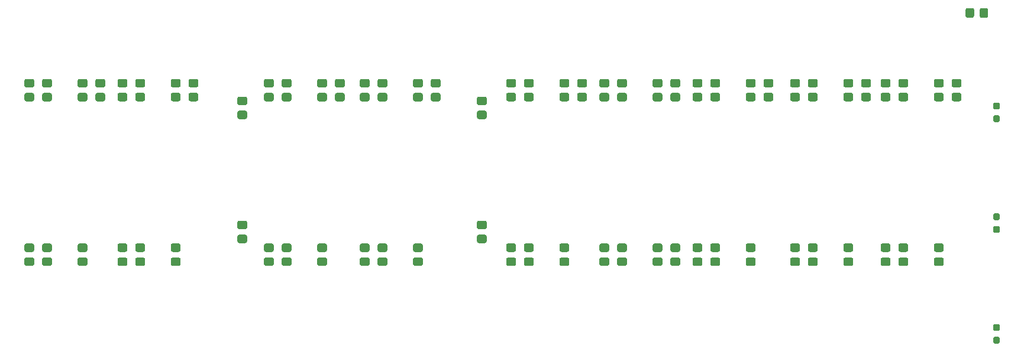
<source format=gbr>
%TF.GenerationSoftware,KiCad,Pcbnew,(5.1.9)-1*%
%TF.CreationDate,2021-02-03T14:21:07-06:00*%
%TF.ProjectId,GPS_Clock_Ver2,4750535f-436c-46f6-936b-5f566572322e,rev?*%
%TF.SameCoordinates,Original*%
%TF.FileFunction,Paste,Top*%
%TF.FilePolarity,Positive*%
%FSLAX46Y46*%
G04 Gerber Fmt 4.6, Leading zero omitted, Abs format (unit mm)*
G04 Created by KiCad (PCBNEW (5.1.9)-1) date 2021-02-03 14:21:07*
%MOMM*%
%LPD*%
G01*
G04 APERTURE LIST*
G04 APERTURE END LIST*
%TO.C,R1*%
G36*
G01*
X120199999Y-64805000D02*
X121100001Y-64805000D01*
G75*
G02*
X121350000Y-65054999I0J-249999D01*
G01*
X121350000Y-65755001D01*
G75*
G02*
X121100001Y-66005000I-249999J0D01*
G01*
X120199999Y-66005000D01*
G75*
G02*
X119950000Y-65755001I0J249999D01*
G01*
X119950000Y-65054999D01*
G75*
G02*
X120199999Y-64805000I249999J0D01*
G01*
G37*
G36*
G01*
X120199999Y-62805000D02*
X121100001Y-62805000D01*
G75*
G02*
X121350000Y-63054999I0J-249999D01*
G01*
X121350000Y-63755001D01*
G75*
G02*
X121100001Y-64005000I-249999J0D01*
G01*
X120199999Y-64005000D01*
G75*
G02*
X119950000Y-63755001I0J249999D01*
G01*
X119950000Y-63054999D01*
G75*
G02*
X120199999Y-62805000I249999J0D01*
G01*
G37*
%TD*%
%TO.C,R2*%
G36*
G01*
X120199999Y-86395000D02*
X121100001Y-86395000D01*
G75*
G02*
X121350000Y-86644999I0J-249999D01*
G01*
X121350000Y-87345001D01*
G75*
G02*
X121100001Y-87595000I-249999J0D01*
G01*
X120199999Y-87595000D01*
G75*
G02*
X119950000Y-87345001I0J249999D01*
G01*
X119950000Y-86644999D01*
G75*
G02*
X120199999Y-86395000I249999J0D01*
G01*
G37*
G36*
G01*
X120199999Y-88395000D02*
X121100001Y-88395000D01*
G75*
G02*
X121350000Y-88644999I0J-249999D01*
G01*
X121350000Y-89345001D01*
G75*
G02*
X121100001Y-89595000I-249999J0D01*
G01*
X120199999Y-89595000D01*
G75*
G02*
X119950000Y-89345001I0J249999D01*
G01*
X119950000Y-88644999D01*
G75*
G02*
X120199999Y-88395000I249999J0D01*
G01*
G37*
%TD*%
%TO.C,R3*%
G36*
G01*
X122739999Y-62805000D02*
X123640001Y-62805000D01*
G75*
G02*
X123890000Y-63054999I0J-249999D01*
G01*
X123890000Y-63755001D01*
G75*
G02*
X123640001Y-64005000I-249999J0D01*
G01*
X122739999Y-64005000D01*
G75*
G02*
X122490000Y-63755001I0J249999D01*
G01*
X122490000Y-63054999D01*
G75*
G02*
X122739999Y-62805000I249999J0D01*
G01*
G37*
G36*
G01*
X122739999Y-64805000D02*
X123640001Y-64805000D01*
G75*
G02*
X123890000Y-65054999I0J-249999D01*
G01*
X123890000Y-65755001D01*
G75*
G02*
X123640001Y-66005000I-249999J0D01*
G01*
X122739999Y-66005000D01*
G75*
G02*
X122490000Y-65755001I0J249999D01*
G01*
X122490000Y-65054999D01*
G75*
G02*
X122739999Y-64805000I249999J0D01*
G01*
G37*
%TD*%
%TO.C,R4*%
G36*
G01*
X122739999Y-88395000D02*
X123640001Y-88395000D01*
G75*
G02*
X123890000Y-88644999I0J-249999D01*
G01*
X123890000Y-89345001D01*
G75*
G02*
X123640001Y-89595000I-249999J0D01*
G01*
X122739999Y-89595000D01*
G75*
G02*
X122490000Y-89345001I0J249999D01*
G01*
X122490000Y-88644999D01*
G75*
G02*
X122739999Y-88395000I249999J0D01*
G01*
G37*
G36*
G01*
X122739999Y-86395000D02*
X123640001Y-86395000D01*
G75*
G02*
X123890000Y-86644999I0J-249999D01*
G01*
X123890000Y-87345001D01*
G75*
G02*
X123640001Y-87595000I-249999J0D01*
G01*
X122739999Y-87595000D01*
G75*
G02*
X122490000Y-87345001I0J249999D01*
G01*
X122490000Y-86644999D01*
G75*
G02*
X122739999Y-86395000I249999J0D01*
G01*
G37*
%TD*%
%TO.C,R5*%
G36*
G01*
X127819999Y-64805000D02*
X128720001Y-64805000D01*
G75*
G02*
X128970000Y-65054999I0J-249999D01*
G01*
X128970000Y-65755001D01*
G75*
G02*
X128720001Y-66005000I-249999J0D01*
G01*
X127819999Y-66005000D01*
G75*
G02*
X127570000Y-65755001I0J249999D01*
G01*
X127570000Y-65054999D01*
G75*
G02*
X127819999Y-64805000I249999J0D01*
G01*
G37*
G36*
G01*
X127819999Y-62805000D02*
X128720001Y-62805000D01*
G75*
G02*
X128970000Y-63054999I0J-249999D01*
G01*
X128970000Y-63755001D01*
G75*
G02*
X128720001Y-64005000I-249999J0D01*
G01*
X127819999Y-64005000D01*
G75*
G02*
X127570000Y-63755001I0J249999D01*
G01*
X127570000Y-63054999D01*
G75*
G02*
X127819999Y-62805000I249999J0D01*
G01*
G37*
%TD*%
%TO.C,R6*%
G36*
G01*
X127819999Y-86395000D02*
X128720001Y-86395000D01*
G75*
G02*
X128970000Y-86644999I0J-249999D01*
G01*
X128970000Y-87345001D01*
G75*
G02*
X128720001Y-87595000I-249999J0D01*
G01*
X127819999Y-87595000D01*
G75*
G02*
X127570000Y-87345001I0J249999D01*
G01*
X127570000Y-86644999D01*
G75*
G02*
X127819999Y-86395000I249999J0D01*
G01*
G37*
G36*
G01*
X127819999Y-88395000D02*
X128720001Y-88395000D01*
G75*
G02*
X128970000Y-88644999I0J-249999D01*
G01*
X128970000Y-89345001D01*
G75*
G02*
X128720001Y-89595000I-249999J0D01*
G01*
X127819999Y-89595000D01*
G75*
G02*
X127570000Y-89345001I0J249999D01*
G01*
X127570000Y-88644999D01*
G75*
G02*
X127819999Y-88395000I249999J0D01*
G01*
G37*
%TD*%
%TO.C,R7*%
G36*
G01*
X130359999Y-62805000D02*
X131260001Y-62805000D01*
G75*
G02*
X131510000Y-63054999I0J-249999D01*
G01*
X131510000Y-63755001D01*
G75*
G02*
X131260001Y-64005000I-249999J0D01*
G01*
X130359999Y-64005000D01*
G75*
G02*
X130110000Y-63755001I0J249999D01*
G01*
X130110000Y-63054999D01*
G75*
G02*
X130359999Y-62805000I249999J0D01*
G01*
G37*
G36*
G01*
X130359999Y-64805000D02*
X131260001Y-64805000D01*
G75*
G02*
X131510000Y-65054999I0J-249999D01*
G01*
X131510000Y-65755001D01*
G75*
G02*
X131260001Y-66005000I-249999J0D01*
G01*
X130359999Y-66005000D01*
G75*
G02*
X130110000Y-65755001I0J249999D01*
G01*
X130110000Y-65054999D01*
G75*
G02*
X130359999Y-64805000I249999J0D01*
G01*
G37*
%TD*%
%TO.C,R8*%
G36*
G01*
X133534999Y-64805000D02*
X134435001Y-64805000D01*
G75*
G02*
X134685000Y-65054999I0J-249999D01*
G01*
X134685000Y-65755001D01*
G75*
G02*
X134435001Y-66005000I-249999J0D01*
G01*
X133534999Y-66005000D01*
G75*
G02*
X133285000Y-65755001I0J249999D01*
G01*
X133285000Y-65054999D01*
G75*
G02*
X133534999Y-64805000I249999J0D01*
G01*
G37*
G36*
G01*
X133534999Y-62805000D02*
X134435001Y-62805000D01*
G75*
G02*
X134685000Y-63054999I0J-249999D01*
G01*
X134685000Y-63755001D01*
G75*
G02*
X134435001Y-64005000I-249999J0D01*
G01*
X133534999Y-64005000D01*
G75*
G02*
X133285000Y-63755001I0J249999D01*
G01*
X133285000Y-63054999D01*
G75*
G02*
X133534999Y-62805000I249999J0D01*
G01*
G37*
%TD*%
%TO.C,R9*%
G36*
G01*
X133534999Y-88395000D02*
X134435001Y-88395000D01*
G75*
G02*
X134685000Y-88644999I0J-249999D01*
G01*
X134685000Y-89345001D01*
G75*
G02*
X134435001Y-89595000I-249999J0D01*
G01*
X133534999Y-89595000D01*
G75*
G02*
X133285000Y-89345001I0J249999D01*
G01*
X133285000Y-88644999D01*
G75*
G02*
X133534999Y-88395000I249999J0D01*
G01*
G37*
G36*
G01*
X133534999Y-86395000D02*
X134435001Y-86395000D01*
G75*
G02*
X134685000Y-86644999I0J-249999D01*
G01*
X134685000Y-87345001D01*
G75*
G02*
X134435001Y-87595000I-249999J0D01*
G01*
X133534999Y-87595000D01*
G75*
G02*
X133285000Y-87345001I0J249999D01*
G01*
X133285000Y-86644999D01*
G75*
G02*
X133534999Y-86395000I249999J0D01*
G01*
G37*
%TD*%
%TO.C,R10*%
G36*
G01*
X136074999Y-62805000D02*
X136975001Y-62805000D01*
G75*
G02*
X137225000Y-63054999I0J-249999D01*
G01*
X137225000Y-63755001D01*
G75*
G02*
X136975001Y-64005000I-249999J0D01*
G01*
X136074999Y-64005000D01*
G75*
G02*
X135825000Y-63755001I0J249999D01*
G01*
X135825000Y-63054999D01*
G75*
G02*
X136074999Y-62805000I249999J0D01*
G01*
G37*
G36*
G01*
X136074999Y-64805000D02*
X136975001Y-64805000D01*
G75*
G02*
X137225000Y-65054999I0J-249999D01*
G01*
X137225000Y-65755001D01*
G75*
G02*
X136975001Y-66005000I-249999J0D01*
G01*
X136074999Y-66005000D01*
G75*
G02*
X135825000Y-65755001I0J249999D01*
G01*
X135825000Y-65054999D01*
G75*
G02*
X136074999Y-64805000I249999J0D01*
G01*
G37*
%TD*%
%TO.C,R11*%
G36*
G01*
X136074999Y-86395000D02*
X136975001Y-86395000D01*
G75*
G02*
X137225000Y-86644999I0J-249999D01*
G01*
X137225000Y-87345001D01*
G75*
G02*
X136975001Y-87595000I-249999J0D01*
G01*
X136074999Y-87595000D01*
G75*
G02*
X135825000Y-87345001I0J249999D01*
G01*
X135825000Y-86644999D01*
G75*
G02*
X136074999Y-86395000I249999J0D01*
G01*
G37*
G36*
G01*
X136074999Y-88395000D02*
X136975001Y-88395000D01*
G75*
G02*
X137225000Y-88644999I0J-249999D01*
G01*
X137225000Y-89345001D01*
G75*
G02*
X136975001Y-89595000I-249999J0D01*
G01*
X136074999Y-89595000D01*
G75*
G02*
X135825000Y-89345001I0J249999D01*
G01*
X135825000Y-88644999D01*
G75*
G02*
X136074999Y-88395000I249999J0D01*
G01*
G37*
%TD*%
%TO.C,R12*%
G36*
G01*
X141154999Y-62805000D02*
X142055001Y-62805000D01*
G75*
G02*
X142305000Y-63054999I0J-249999D01*
G01*
X142305000Y-63755001D01*
G75*
G02*
X142055001Y-64005000I-249999J0D01*
G01*
X141154999Y-64005000D01*
G75*
G02*
X140905000Y-63755001I0J249999D01*
G01*
X140905000Y-63054999D01*
G75*
G02*
X141154999Y-62805000I249999J0D01*
G01*
G37*
G36*
G01*
X141154999Y-64805000D02*
X142055001Y-64805000D01*
G75*
G02*
X142305000Y-65054999I0J-249999D01*
G01*
X142305000Y-65755001D01*
G75*
G02*
X142055001Y-66005000I-249999J0D01*
G01*
X141154999Y-66005000D01*
G75*
G02*
X140905000Y-65755001I0J249999D01*
G01*
X140905000Y-65054999D01*
G75*
G02*
X141154999Y-64805000I249999J0D01*
G01*
G37*
%TD*%
%TO.C,R13*%
G36*
G01*
X141154999Y-88395000D02*
X142055001Y-88395000D01*
G75*
G02*
X142305000Y-88644999I0J-249999D01*
G01*
X142305000Y-89345001D01*
G75*
G02*
X142055001Y-89595000I-249999J0D01*
G01*
X141154999Y-89595000D01*
G75*
G02*
X140905000Y-89345001I0J249999D01*
G01*
X140905000Y-88644999D01*
G75*
G02*
X141154999Y-88395000I249999J0D01*
G01*
G37*
G36*
G01*
X141154999Y-86395000D02*
X142055001Y-86395000D01*
G75*
G02*
X142305000Y-86644999I0J-249999D01*
G01*
X142305000Y-87345001D01*
G75*
G02*
X142055001Y-87595000I-249999J0D01*
G01*
X141154999Y-87595000D01*
G75*
G02*
X140905000Y-87345001I0J249999D01*
G01*
X140905000Y-86644999D01*
G75*
G02*
X141154999Y-86395000I249999J0D01*
G01*
G37*
%TD*%
%TO.C,R14*%
G36*
G01*
X143694999Y-64805000D02*
X144595001Y-64805000D01*
G75*
G02*
X144845000Y-65054999I0J-249999D01*
G01*
X144845000Y-65755001D01*
G75*
G02*
X144595001Y-66005000I-249999J0D01*
G01*
X143694999Y-66005000D01*
G75*
G02*
X143445000Y-65755001I0J249999D01*
G01*
X143445000Y-65054999D01*
G75*
G02*
X143694999Y-64805000I249999J0D01*
G01*
G37*
G36*
G01*
X143694999Y-62805000D02*
X144595001Y-62805000D01*
G75*
G02*
X144845000Y-63054999I0J-249999D01*
G01*
X144845000Y-63755001D01*
G75*
G02*
X144595001Y-64005000I-249999J0D01*
G01*
X143694999Y-64005000D01*
G75*
G02*
X143445000Y-63755001I0J249999D01*
G01*
X143445000Y-63054999D01*
G75*
G02*
X143694999Y-62805000I249999J0D01*
G01*
G37*
%TD*%
%TO.C,R15*%
G36*
G01*
X150679999Y-65345000D02*
X151580001Y-65345000D01*
G75*
G02*
X151830000Y-65594999I0J-249999D01*
G01*
X151830000Y-66295001D01*
G75*
G02*
X151580001Y-66545000I-249999J0D01*
G01*
X150679999Y-66545000D01*
G75*
G02*
X150430000Y-66295001I0J249999D01*
G01*
X150430000Y-65594999D01*
G75*
G02*
X150679999Y-65345000I249999J0D01*
G01*
G37*
G36*
G01*
X150679999Y-67345000D02*
X151580001Y-67345000D01*
G75*
G02*
X151830000Y-67594999I0J-249999D01*
G01*
X151830000Y-68295001D01*
G75*
G02*
X151580001Y-68545000I-249999J0D01*
G01*
X150679999Y-68545000D01*
G75*
G02*
X150430000Y-68295001I0J249999D01*
G01*
X150430000Y-67594999D01*
G75*
G02*
X150679999Y-67345000I249999J0D01*
G01*
G37*
%TD*%
%TO.C,R16*%
G36*
G01*
X151580001Y-84325000D02*
X150679999Y-84325000D01*
G75*
G02*
X150430000Y-84075001I0J249999D01*
G01*
X150430000Y-83374999D01*
G75*
G02*
X150679999Y-83125000I249999J0D01*
G01*
X151580001Y-83125000D01*
G75*
G02*
X151830000Y-83374999I0J-249999D01*
G01*
X151830000Y-84075001D01*
G75*
G02*
X151580001Y-84325000I-249999J0D01*
G01*
G37*
G36*
G01*
X151580001Y-86325000D02*
X150679999Y-86325000D01*
G75*
G02*
X150430000Y-86075001I0J249999D01*
G01*
X150430000Y-85374999D01*
G75*
G02*
X150679999Y-85125000I249999J0D01*
G01*
X151580001Y-85125000D01*
G75*
G02*
X151830000Y-85374999I0J-249999D01*
G01*
X151830000Y-86075001D01*
G75*
G02*
X151580001Y-86325000I-249999J0D01*
G01*
G37*
%TD*%
%TO.C,R17*%
G36*
G01*
X154489999Y-64805000D02*
X155390001Y-64805000D01*
G75*
G02*
X155640000Y-65054999I0J-249999D01*
G01*
X155640000Y-65755001D01*
G75*
G02*
X155390001Y-66005000I-249999J0D01*
G01*
X154489999Y-66005000D01*
G75*
G02*
X154240000Y-65755001I0J249999D01*
G01*
X154240000Y-65054999D01*
G75*
G02*
X154489999Y-64805000I249999J0D01*
G01*
G37*
G36*
G01*
X154489999Y-62805000D02*
X155390001Y-62805000D01*
G75*
G02*
X155640000Y-63054999I0J-249999D01*
G01*
X155640000Y-63755001D01*
G75*
G02*
X155390001Y-64005000I-249999J0D01*
G01*
X154489999Y-64005000D01*
G75*
G02*
X154240000Y-63755001I0J249999D01*
G01*
X154240000Y-63054999D01*
G75*
G02*
X154489999Y-62805000I249999J0D01*
G01*
G37*
%TD*%
%TO.C,R18*%
G36*
G01*
X154489999Y-86395000D02*
X155390001Y-86395000D01*
G75*
G02*
X155640000Y-86644999I0J-249999D01*
G01*
X155640000Y-87345001D01*
G75*
G02*
X155390001Y-87595000I-249999J0D01*
G01*
X154489999Y-87595000D01*
G75*
G02*
X154240000Y-87345001I0J249999D01*
G01*
X154240000Y-86644999D01*
G75*
G02*
X154489999Y-86395000I249999J0D01*
G01*
G37*
G36*
G01*
X154489999Y-88395000D02*
X155390001Y-88395000D01*
G75*
G02*
X155640000Y-88644999I0J-249999D01*
G01*
X155640000Y-89345001D01*
G75*
G02*
X155390001Y-89595000I-249999J0D01*
G01*
X154489999Y-89595000D01*
G75*
G02*
X154240000Y-89345001I0J249999D01*
G01*
X154240000Y-88644999D01*
G75*
G02*
X154489999Y-88395000I249999J0D01*
G01*
G37*
%TD*%
%TO.C,R19*%
G36*
G01*
X157029999Y-62805000D02*
X157930001Y-62805000D01*
G75*
G02*
X158180000Y-63054999I0J-249999D01*
G01*
X158180000Y-63755001D01*
G75*
G02*
X157930001Y-64005000I-249999J0D01*
G01*
X157029999Y-64005000D01*
G75*
G02*
X156780000Y-63755001I0J249999D01*
G01*
X156780000Y-63054999D01*
G75*
G02*
X157029999Y-62805000I249999J0D01*
G01*
G37*
G36*
G01*
X157029999Y-64805000D02*
X157930001Y-64805000D01*
G75*
G02*
X158180000Y-65054999I0J-249999D01*
G01*
X158180000Y-65755001D01*
G75*
G02*
X157930001Y-66005000I-249999J0D01*
G01*
X157029999Y-66005000D01*
G75*
G02*
X156780000Y-65755001I0J249999D01*
G01*
X156780000Y-65054999D01*
G75*
G02*
X157029999Y-64805000I249999J0D01*
G01*
G37*
%TD*%
%TO.C,R20*%
G36*
G01*
X157029999Y-88395000D02*
X157930001Y-88395000D01*
G75*
G02*
X158180000Y-88644999I0J-249999D01*
G01*
X158180000Y-89345001D01*
G75*
G02*
X157930001Y-89595000I-249999J0D01*
G01*
X157029999Y-89595000D01*
G75*
G02*
X156780000Y-89345001I0J249999D01*
G01*
X156780000Y-88644999D01*
G75*
G02*
X157029999Y-88395000I249999J0D01*
G01*
G37*
G36*
G01*
X157029999Y-86395000D02*
X157930001Y-86395000D01*
G75*
G02*
X158180000Y-86644999I0J-249999D01*
G01*
X158180000Y-87345001D01*
G75*
G02*
X157930001Y-87595000I-249999J0D01*
G01*
X157029999Y-87595000D01*
G75*
G02*
X156780000Y-87345001I0J249999D01*
G01*
X156780000Y-86644999D01*
G75*
G02*
X157029999Y-86395000I249999J0D01*
G01*
G37*
%TD*%
%TO.C,R21*%
G36*
G01*
X162109999Y-64805000D02*
X163010001Y-64805000D01*
G75*
G02*
X163260000Y-65054999I0J-249999D01*
G01*
X163260000Y-65755001D01*
G75*
G02*
X163010001Y-66005000I-249999J0D01*
G01*
X162109999Y-66005000D01*
G75*
G02*
X161860000Y-65755001I0J249999D01*
G01*
X161860000Y-65054999D01*
G75*
G02*
X162109999Y-64805000I249999J0D01*
G01*
G37*
G36*
G01*
X162109999Y-62805000D02*
X163010001Y-62805000D01*
G75*
G02*
X163260000Y-63054999I0J-249999D01*
G01*
X163260000Y-63755001D01*
G75*
G02*
X163010001Y-64005000I-249999J0D01*
G01*
X162109999Y-64005000D01*
G75*
G02*
X161860000Y-63755001I0J249999D01*
G01*
X161860000Y-63054999D01*
G75*
G02*
X162109999Y-62805000I249999J0D01*
G01*
G37*
%TD*%
%TO.C,R22*%
G36*
G01*
X162109999Y-86395000D02*
X163010001Y-86395000D01*
G75*
G02*
X163260000Y-86644999I0J-249999D01*
G01*
X163260000Y-87345001D01*
G75*
G02*
X163010001Y-87595000I-249999J0D01*
G01*
X162109999Y-87595000D01*
G75*
G02*
X161860000Y-87345001I0J249999D01*
G01*
X161860000Y-86644999D01*
G75*
G02*
X162109999Y-86395000I249999J0D01*
G01*
G37*
G36*
G01*
X162109999Y-88395000D02*
X163010001Y-88395000D01*
G75*
G02*
X163260000Y-88644999I0J-249999D01*
G01*
X163260000Y-89345001D01*
G75*
G02*
X163010001Y-89595000I-249999J0D01*
G01*
X162109999Y-89595000D01*
G75*
G02*
X161860000Y-89345001I0J249999D01*
G01*
X161860000Y-88644999D01*
G75*
G02*
X162109999Y-88395000I249999J0D01*
G01*
G37*
%TD*%
%TO.C,R23*%
G36*
G01*
X164649999Y-62805000D02*
X165550001Y-62805000D01*
G75*
G02*
X165800000Y-63054999I0J-249999D01*
G01*
X165800000Y-63755001D01*
G75*
G02*
X165550001Y-64005000I-249999J0D01*
G01*
X164649999Y-64005000D01*
G75*
G02*
X164400000Y-63755001I0J249999D01*
G01*
X164400000Y-63054999D01*
G75*
G02*
X164649999Y-62805000I249999J0D01*
G01*
G37*
G36*
G01*
X164649999Y-64805000D02*
X165550001Y-64805000D01*
G75*
G02*
X165800000Y-65054999I0J-249999D01*
G01*
X165800000Y-65755001D01*
G75*
G02*
X165550001Y-66005000I-249999J0D01*
G01*
X164649999Y-66005000D01*
G75*
G02*
X164400000Y-65755001I0J249999D01*
G01*
X164400000Y-65054999D01*
G75*
G02*
X164649999Y-64805000I249999J0D01*
G01*
G37*
%TD*%
%TO.C,R24*%
G36*
G01*
X168205999Y-64805000D02*
X169106001Y-64805000D01*
G75*
G02*
X169356000Y-65054999I0J-249999D01*
G01*
X169356000Y-65755001D01*
G75*
G02*
X169106001Y-66005000I-249999J0D01*
G01*
X168205999Y-66005000D01*
G75*
G02*
X167956000Y-65755001I0J249999D01*
G01*
X167956000Y-65054999D01*
G75*
G02*
X168205999Y-64805000I249999J0D01*
G01*
G37*
G36*
G01*
X168205999Y-62805000D02*
X169106001Y-62805000D01*
G75*
G02*
X169356000Y-63054999I0J-249999D01*
G01*
X169356000Y-63755001D01*
G75*
G02*
X169106001Y-64005000I-249999J0D01*
G01*
X168205999Y-64005000D01*
G75*
G02*
X167956000Y-63755001I0J249999D01*
G01*
X167956000Y-63054999D01*
G75*
G02*
X168205999Y-62805000I249999J0D01*
G01*
G37*
%TD*%
%TO.C,R25*%
G36*
G01*
X168205999Y-88395000D02*
X169106001Y-88395000D01*
G75*
G02*
X169356000Y-88644999I0J-249999D01*
G01*
X169356000Y-89345001D01*
G75*
G02*
X169106001Y-89595000I-249999J0D01*
G01*
X168205999Y-89595000D01*
G75*
G02*
X167956000Y-89345001I0J249999D01*
G01*
X167956000Y-88644999D01*
G75*
G02*
X168205999Y-88395000I249999J0D01*
G01*
G37*
G36*
G01*
X168205999Y-86395000D02*
X169106001Y-86395000D01*
G75*
G02*
X169356000Y-86644999I0J-249999D01*
G01*
X169356000Y-87345001D01*
G75*
G02*
X169106001Y-87595000I-249999J0D01*
G01*
X168205999Y-87595000D01*
G75*
G02*
X167956000Y-87345001I0J249999D01*
G01*
X167956000Y-86644999D01*
G75*
G02*
X168205999Y-86395000I249999J0D01*
G01*
G37*
%TD*%
%TO.C,R26*%
G36*
G01*
X170745999Y-62805000D02*
X171646001Y-62805000D01*
G75*
G02*
X171896000Y-63054999I0J-249999D01*
G01*
X171896000Y-63755001D01*
G75*
G02*
X171646001Y-64005000I-249999J0D01*
G01*
X170745999Y-64005000D01*
G75*
G02*
X170496000Y-63755001I0J249999D01*
G01*
X170496000Y-63054999D01*
G75*
G02*
X170745999Y-62805000I249999J0D01*
G01*
G37*
G36*
G01*
X170745999Y-64805000D02*
X171646001Y-64805000D01*
G75*
G02*
X171896000Y-65054999I0J-249999D01*
G01*
X171896000Y-65755001D01*
G75*
G02*
X171646001Y-66005000I-249999J0D01*
G01*
X170745999Y-66005000D01*
G75*
G02*
X170496000Y-65755001I0J249999D01*
G01*
X170496000Y-65054999D01*
G75*
G02*
X170745999Y-64805000I249999J0D01*
G01*
G37*
%TD*%
%TO.C,R27*%
G36*
G01*
X170745999Y-86395000D02*
X171646001Y-86395000D01*
G75*
G02*
X171896000Y-86644999I0J-249999D01*
G01*
X171896000Y-87345001D01*
G75*
G02*
X171646001Y-87595000I-249999J0D01*
G01*
X170745999Y-87595000D01*
G75*
G02*
X170496000Y-87345001I0J249999D01*
G01*
X170496000Y-86644999D01*
G75*
G02*
X170745999Y-86395000I249999J0D01*
G01*
G37*
G36*
G01*
X170745999Y-88395000D02*
X171646001Y-88395000D01*
G75*
G02*
X171896000Y-88644999I0J-249999D01*
G01*
X171896000Y-89345001D01*
G75*
G02*
X171646001Y-89595000I-249999J0D01*
G01*
X170745999Y-89595000D01*
G75*
G02*
X170496000Y-89345001I0J249999D01*
G01*
X170496000Y-88644999D01*
G75*
G02*
X170745999Y-88395000I249999J0D01*
G01*
G37*
%TD*%
%TO.C,R28*%
G36*
G01*
X175825999Y-64805000D02*
X176726001Y-64805000D01*
G75*
G02*
X176976000Y-65054999I0J-249999D01*
G01*
X176976000Y-65755001D01*
G75*
G02*
X176726001Y-66005000I-249999J0D01*
G01*
X175825999Y-66005000D01*
G75*
G02*
X175576000Y-65755001I0J249999D01*
G01*
X175576000Y-65054999D01*
G75*
G02*
X175825999Y-64805000I249999J0D01*
G01*
G37*
G36*
G01*
X175825999Y-62805000D02*
X176726001Y-62805000D01*
G75*
G02*
X176976000Y-63054999I0J-249999D01*
G01*
X176976000Y-63755001D01*
G75*
G02*
X176726001Y-64005000I-249999J0D01*
G01*
X175825999Y-64005000D01*
G75*
G02*
X175576000Y-63755001I0J249999D01*
G01*
X175576000Y-63054999D01*
G75*
G02*
X175825999Y-62805000I249999J0D01*
G01*
G37*
%TD*%
%TO.C,R29*%
G36*
G01*
X175825999Y-88395000D02*
X176726001Y-88395000D01*
G75*
G02*
X176976000Y-88644999I0J-249999D01*
G01*
X176976000Y-89345001D01*
G75*
G02*
X176726001Y-89595000I-249999J0D01*
G01*
X175825999Y-89595000D01*
G75*
G02*
X175576000Y-89345001I0J249999D01*
G01*
X175576000Y-88644999D01*
G75*
G02*
X175825999Y-88395000I249999J0D01*
G01*
G37*
G36*
G01*
X175825999Y-86395000D02*
X176726001Y-86395000D01*
G75*
G02*
X176976000Y-86644999I0J-249999D01*
G01*
X176976000Y-87345001D01*
G75*
G02*
X176726001Y-87595000I-249999J0D01*
G01*
X175825999Y-87595000D01*
G75*
G02*
X175576000Y-87345001I0J249999D01*
G01*
X175576000Y-86644999D01*
G75*
G02*
X175825999Y-86395000I249999J0D01*
G01*
G37*
%TD*%
%TO.C,R30*%
G36*
G01*
X178365999Y-64805000D02*
X179266001Y-64805000D01*
G75*
G02*
X179516000Y-65054999I0J-249999D01*
G01*
X179516000Y-65755001D01*
G75*
G02*
X179266001Y-66005000I-249999J0D01*
G01*
X178365999Y-66005000D01*
G75*
G02*
X178116000Y-65755001I0J249999D01*
G01*
X178116000Y-65054999D01*
G75*
G02*
X178365999Y-64805000I249999J0D01*
G01*
G37*
G36*
G01*
X178365999Y-62805000D02*
X179266001Y-62805000D01*
G75*
G02*
X179516000Y-63054999I0J-249999D01*
G01*
X179516000Y-63755001D01*
G75*
G02*
X179266001Y-64005000I-249999J0D01*
G01*
X178365999Y-64005000D01*
G75*
G02*
X178116000Y-63755001I0J249999D01*
G01*
X178116000Y-63054999D01*
G75*
G02*
X178365999Y-62805000I249999J0D01*
G01*
G37*
%TD*%
%TO.C,R31*%
G36*
G01*
X184969999Y-65345000D02*
X185870001Y-65345000D01*
G75*
G02*
X186120000Y-65594999I0J-249999D01*
G01*
X186120000Y-66295001D01*
G75*
G02*
X185870001Y-66545000I-249999J0D01*
G01*
X184969999Y-66545000D01*
G75*
G02*
X184720000Y-66295001I0J249999D01*
G01*
X184720000Y-65594999D01*
G75*
G02*
X184969999Y-65345000I249999J0D01*
G01*
G37*
G36*
G01*
X184969999Y-67345000D02*
X185870001Y-67345000D01*
G75*
G02*
X186120000Y-67594999I0J-249999D01*
G01*
X186120000Y-68295001D01*
G75*
G02*
X185870001Y-68545000I-249999J0D01*
G01*
X184969999Y-68545000D01*
G75*
G02*
X184720000Y-68295001I0J249999D01*
G01*
X184720000Y-67594999D01*
G75*
G02*
X184969999Y-67345000I249999J0D01*
G01*
G37*
%TD*%
%TO.C,R32*%
G36*
G01*
X185870001Y-84325000D02*
X184969999Y-84325000D01*
G75*
G02*
X184720000Y-84075001I0J249999D01*
G01*
X184720000Y-83374999D01*
G75*
G02*
X184969999Y-83125000I249999J0D01*
G01*
X185870001Y-83125000D01*
G75*
G02*
X186120000Y-83374999I0J-249999D01*
G01*
X186120000Y-84075001D01*
G75*
G02*
X185870001Y-84325000I-249999J0D01*
G01*
G37*
G36*
G01*
X185870001Y-86325000D02*
X184969999Y-86325000D01*
G75*
G02*
X184720000Y-86075001I0J249999D01*
G01*
X184720000Y-85374999D01*
G75*
G02*
X184969999Y-85125000I249999J0D01*
G01*
X185870001Y-85125000D01*
G75*
G02*
X186120000Y-85374999I0J-249999D01*
G01*
X186120000Y-86075001D01*
G75*
G02*
X185870001Y-86325000I-249999J0D01*
G01*
G37*
%TD*%
%TO.C,R33*%
G36*
G01*
X189160999Y-64805000D02*
X190061001Y-64805000D01*
G75*
G02*
X190311000Y-65054999I0J-249999D01*
G01*
X190311000Y-65755001D01*
G75*
G02*
X190061001Y-66005000I-249999J0D01*
G01*
X189160999Y-66005000D01*
G75*
G02*
X188911000Y-65755001I0J249999D01*
G01*
X188911000Y-65054999D01*
G75*
G02*
X189160999Y-64805000I249999J0D01*
G01*
G37*
G36*
G01*
X189160999Y-62805000D02*
X190061001Y-62805000D01*
G75*
G02*
X190311000Y-63054999I0J-249999D01*
G01*
X190311000Y-63755001D01*
G75*
G02*
X190061001Y-64005000I-249999J0D01*
G01*
X189160999Y-64005000D01*
G75*
G02*
X188911000Y-63755001I0J249999D01*
G01*
X188911000Y-63054999D01*
G75*
G02*
X189160999Y-62805000I249999J0D01*
G01*
G37*
%TD*%
%TO.C,R34*%
G36*
G01*
X189160999Y-86395000D02*
X190061001Y-86395000D01*
G75*
G02*
X190311000Y-86644999I0J-249999D01*
G01*
X190311000Y-87345001D01*
G75*
G02*
X190061001Y-87595000I-249999J0D01*
G01*
X189160999Y-87595000D01*
G75*
G02*
X188911000Y-87345001I0J249999D01*
G01*
X188911000Y-86644999D01*
G75*
G02*
X189160999Y-86395000I249999J0D01*
G01*
G37*
G36*
G01*
X189160999Y-88395000D02*
X190061001Y-88395000D01*
G75*
G02*
X190311000Y-88644999I0J-249999D01*
G01*
X190311000Y-89345001D01*
G75*
G02*
X190061001Y-89595000I-249999J0D01*
G01*
X189160999Y-89595000D01*
G75*
G02*
X188911000Y-89345001I0J249999D01*
G01*
X188911000Y-88644999D01*
G75*
G02*
X189160999Y-88395000I249999J0D01*
G01*
G37*
%TD*%
%TO.C,R35*%
G36*
G01*
X191700999Y-62805000D02*
X192601001Y-62805000D01*
G75*
G02*
X192851000Y-63054999I0J-249999D01*
G01*
X192851000Y-63755001D01*
G75*
G02*
X192601001Y-64005000I-249999J0D01*
G01*
X191700999Y-64005000D01*
G75*
G02*
X191451000Y-63755001I0J249999D01*
G01*
X191451000Y-63054999D01*
G75*
G02*
X191700999Y-62805000I249999J0D01*
G01*
G37*
G36*
G01*
X191700999Y-64805000D02*
X192601001Y-64805000D01*
G75*
G02*
X192851000Y-65054999I0J-249999D01*
G01*
X192851000Y-65755001D01*
G75*
G02*
X192601001Y-66005000I-249999J0D01*
G01*
X191700999Y-66005000D01*
G75*
G02*
X191451000Y-65755001I0J249999D01*
G01*
X191451000Y-65054999D01*
G75*
G02*
X191700999Y-64805000I249999J0D01*
G01*
G37*
%TD*%
%TO.C,R36*%
G36*
G01*
X191700999Y-88395000D02*
X192601001Y-88395000D01*
G75*
G02*
X192851000Y-88644999I0J-249999D01*
G01*
X192851000Y-89345001D01*
G75*
G02*
X192601001Y-89595000I-249999J0D01*
G01*
X191700999Y-89595000D01*
G75*
G02*
X191451000Y-89345001I0J249999D01*
G01*
X191451000Y-88644999D01*
G75*
G02*
X191700999Y-88395000I249999J0D01*
G01*
G37*
G36*
G01*
X191700999Y-86395000D02*
X192601001Y-86395000D01*
G75*
G02*
X192851000Y-86644999I0J-249999D01*
G01*
X192851000Y-87345001D01*
G75*
G02*
X192601001Y-87595000I-249999J0D01*
G01*
X191700999Y-87595000D01*
G75*
G02*
X191451000Y-87345001I0J249999D01*
G01*
X191451000Y-86644999D01*
G75*
G02*
X191700999Y-86395000I249999J0D01*
G01*
G37*
%TD*%
%TO.C,R37*%
G36*
G01*
X196780999Y-64805000D02*
X197681001Y-64805000D01*
G75*
G02*
X197931000Y-65054999I0J-249999D01*
G01*
X197931000Y-65755001D01*
G75*
G02*
X197681001Y-66005000I-249999J0D01*
G01*
X196780999Y-66005000D01*
G75*
G02*
X196531000Y-65755001I0J249999D01*
G01*
X196531000Y-65054999D01*
G75*
G02*
X196780999Y-64805000I249999J0D01*
G01*
G37*
G36*
G01*
X196780999Y-62805000D02*
X197681001Y-62805000D01*
G75*
G02*
X197931000Y-63054999I0J-249999D01*
G01*
X197931000Y-63755001D01*
G75*
G02*
X197681001Y-64005000I-249999J0D01*
G01*
X196780999Y-64005000D01*
G75*
G02*
X196531000Y-63755001I0J249999D01*
G01*
X196531000Y-63054999D01*
G75*
G02*
X196780999Y-62805000I249999J0D01*
G01*
G37*
%TD*%
%TO.C,R38*%
G36*
G01*
X196780999Y-86395000D02*
X197681001Y-86395000D01*
G75*
G02*
X197931000Y-86644999I0J-249999D01*
G01*
X197931000Y-87345001D01*
G75*
G02*
X197681001Y-87595000I-249999J0D01*
G01*
X196780999Y-87595000D01*
G75*
G02*
X196531000Y-87345001I0J249999D01*
G01*
X196531000Y-86644999D01*
G75*
G02*
X196780999Y-86395000I249999J0D01*
G01*
G37*
G36*
G01*
X196780999Y-88395000D02*
X197681001Y-88395000D01*
G75*
G02*
X197931000Y-88644999I0J-249999D01*
G01*
X197931000Y-89345001D01*
G75*
G02*
X197681001Y-89595000I-249999J0D01*
G01*
X196780999Y-89595000D01*
G75*
G02*
X196531000Y-89345001I0J249999D01*
G01*
X196531000Y-88644999D01*
G75*
G02*
X196780999Y-88395000I249999J0D01*
G01*
G37*
%TD*%
%TO.C,R39*%
G36*
G01*
X199320999Y-62805000D02*
X200221001Y-62805000D01*
G75*
G02*
X200471000Y-63054999I0J-249999D01*
G01*
X200471000Y-63755001D01*
G75*
G02*
X200221001Y-64005000I-249999J0D01*
G01*
X199320999Y-64005000D01*
G75*
G02*
X199071000Y-63755001I0J249999D01*
G01*
X199071000Y-63054999D01*
G75*
G02*
X199320999Y-62805000I249999J0D01*
G01*
G37*
G36*
G01*
X199320999Y-64805000D02*
X200221001Y-64805000D01*
G75*
G02*
X200471000Y-65054999I0J-249999D01*
G01*
X200471000Y-65755001D01*
G75*
G02*
X200221001Y-66005000I-249999J0D01*
G01*
X199320999Y-66005000D01*
G75*
G02*
X199071000Y-65755001I0J249999D01*
G01*
X199071000Y-65054999D01*
G75*
G02*
X199320999Y-64805000I249999J0D01*
G01*
G37*
%TD*%
%TO.C,R40*%
G36*
G01*
X202495999Y-64805000D02*
X203396001Y-64805000D01*
G75*
G02*
X203646000Y-65054999I0J-249999D01*
G01*
X203646000Y-65755001D01*
G75*
G02*
X203396001Y-66005000I-249999J0D01*
G01*
X202495999Y-66005000D01*
G75*
G02*
X202246000Y-65755001I0J249999D01*
G01*
X202246000Y-65054999D01*
G75*
G02*
X202495999Y-64805000I249999J0D01*
G01*
G37*
G36*
G01*
X202495999Y-62805000D02*
X203396001Y-62805000D01*
G75*
G02*
X203646000Y-63054999I0J-249999D01*
G01*
X203646000Y-63755001D01*
G75*
G02*
X203396001Y-64005000I-249999J0D01*
G01*
X202495999Y-64005000D01*
G75*
G02*
X202246000Y-63755001I0J249999D01*
G01*
X202246000Y-63054999D01*
G75*
G02*
X202495999Y-62805000I249999J0D01*
G01*
G37*
%TD*%
%TO.C,R41*%
G36*
G01*
X202495999Y-88395000D02*
X203396001Y-88395000D01*
G75*
G02*
X203646000Y-88644999I0J-249999D01*
G01*
X203646000Y-89345001D01*
G75*
G02*
X203396001Y-89595000I-249999J0D01*
G01*
X202495999Y-89595000D01*
G75*
G02*
X202246000Y-89345001I0J249999D01*
G01*
X202246000Y-88644999D01*
G75*
G02*
X202495999Y-88395000I249999J0D01*
G01*
G37*
G36*
G01*
X202495999Y-86395000D02*
X203396001Y-86395000D01*
G75*
G02*
X203646000Y-86644999I0J-249999D01*
G01*
X203646000Y-87345001D01*
G75*
G02*
X203396001Y-87595000I-249999J0D01*
G01*
X202495999Y-87595000D01*
G75*
G02*
X202246000Y-87345001I0J249999D01*
G01*
X202246000Y-86644999D01*
G75*
G02*
X202495999Y-86395000I249999J0D01*
G01*
G37*
%TD*%
%TO.C,R42*%
G36*
G01*
X205035999Y-62805000D02*
X205936001Y-62805000D01*
G75*
G02*
X206186000Y-63054999I0J-249999D01*
G01*
X206186000Y-63755001D01*
G75*
G02*
X205936001Y-64005000I-249999J0D01*
G01*
X205035999Y-64005000D01*
G75*
G02*
X204786000Y-63755001I0J249999D01*
G01*
X204786000Y-63054999D01*
G75*
G02*
X205035999Y-62805000I249999J0D01*
G01*
G37*
G36*
G01*
X205035999Y-64805000D02*
X205936001Y-64805000D01*
G75*
G02*
X206186000Y-65054999I0J-249999D01*
G01*
X206186000Y-65755001D01*
G75*
G02*
X205936001Y-66005000I-249999J0D01*
G01*
X205035999Y-66005000D01*
G75*
G02*
X204786000Y-65755001I0J249999D01*
G01*
X204786000Y-65054999D01*
G75*
G02*
X205035999Y-64805000I249999J0D01*
G01*
G37*
%TD*%
%TO.C,R43*%
G36*
G01*
X205035999Y-86395000D02*
X205936001Y-86395000D01*
G75*
G02*
X206186000Y-86644999I0J-249999D01*
G01*
X206186000Y-87345001D01*
G75*
G02*
X205936001Y-87595000I-249999J0D01*
G01*
X205035999Y-87595000D01*
G75*
G02*
X204786000Y-87345001I0J249999D01*
G01*
X204786000Y-86644999D01*
G75*
G02*
X205035999Y-86395000I249999J0D01*
G01*
G37*
G36*
G01*
X205035999Y-88395000D02*
X205936001Y-88395000D01*
G75*
G02*
X206186000Y-88644999I0J-249999D01*
G01*
X206186000Y-89345001D01*
G75*
G02*
X205936001Y-89595000I-249999J0D01*
G01*
X205035999Y-89595000D01*
G75*
G02*
X204786000Y-89345001I0J249999D01*
G01*
X204786000Y-88644999D01*
G75*
G02*
X205035999Y-88395000I249999J0D01*
G01*
G37*
%TD*%
%TO.C,R44*%
G36*
G01*
X210115999Y-64805000D02*
X211016001Y-64805000D01*
G75*
G02*
X211266000Y-65054999I0J-249999D01*
G01*
X211266000Y-65755001D01*
G75*
G02*
X211016001Y-66005000I-249999J0D01*
G01*
X210115999Y-66005000D01*
G75*
G02*
X209866000Y-65755001I0J249999D01*
G01*
X209866000Y-65054999D01*
G75*
G02*
X210115999Y-64805000I249999J0D01*
G01*
G37*
G36*
G01*
X210115999Y-62805000D02*
X211016001Y-62805000D01*
G75*
G02*
X211266000Y-63054999I0J-249999D01*
G01*
X211266000Y-63755001D01*
G75*
G02*
X211016001Y-64005000I-249999J0D01*
G01*
X210115999Y-64005000D01*
G75*
G02*
X209866000Y-63755001I0J249999D01*
G01*
X209866000Y-63054999D01*
G75*
G02*
X210115999Y-62805000I249999J0D01*
G01*
G37*
%TD*%
%TO.C,R45*%
G36*
G01*
X210115999Y-88395000D02*
X211016001Y-88395000D01*
G75*
G02*
X211266000Y-88644999I0J-249999D01*
G01*
X211266000Y-89345001D01*
G75*
G02*
X211016001Y-89595000I-249999J0D01*
G01*
X210115999Y-89595000D01*
G75*
G02*
X209866000Y-89345001I0J249999D01*
G01*
X209866000Y-88644999D01*
G75*
G02*
X210115999Y-88395000I249999J0D01*
G01*
G37*
G36*
G01*
X210115999Y-86395000D02*
X211016001Y-86395000D01*
G75*
G02*
X211266000Y-86644999I0J-249999D01*
G01*
X211266000Y-87345001D01*
G75*
G02*
X211016001Y-87595000I-249999J0D01*
G01*
X210115999Y-87595000D01*
G75*
G02*
X209866000Y-87345001I0J249999D01*
G01*
X209866000Y-86644999D01*
G75*
G02*
X210115999Y-86395000I249999J0D01*
G01*
G37*
%TD*%
%TO.C,R46*%
G36*
G01*
X212655999Y-62805000D02*
X213556001Y-62805000D01*
G75*
G02*
X213806000Y-63054999I0J-249999D01*
G01*
X213806000Y-63755001D01*
G75*
G02*
X213556001Y-64005000I-249999J0D01*
G01*
X212655999Y-64005000D01*
G75*
G02*
X212406000Y-63755001I0J249999D01*
G01*
X212406000Y-63054999D01*
G75*
G02*
X212655999Y-62805000I249999J0D01*
G01*
G37*
G36*
G01*
X212655999Y-64805000D02*
X213556001Y-64805000D01*
G75*
G02*
X213806000Y-65054999I0J-249999D01*
G01*
X213806000Y-65755001D01*
G75*
G02*
X213556001Y-66005000I-249999J0D01*
G01*
X212655999Y-66005000D01*
G75*
G02*
X212406000Y-65755001I0J249999D01*
G01*
X212406000Y-65054999D01*
G75*
G02*
X212655999Y-64805000I249999J0D01*
G01*
G37*
%TD*%
%TO.C,R47*%
G36*
G01*
X212655999Y-88395000D02*
X213556001Y-88395000D01*
G75*
G02*
X213806000Y-88644999I0J-249999D01*
G01*
X213806000Y-89345001D01*
G75*
G02*
X213556001Y-89595000I-249999J0D01*
G01*
X212655999Y-89595000D01*
G75*
G02*
X212406000Y-89345001I0J249999D01*
G01*
X212406000Y-88644999D01*
G75*
G02*
X212655999Y-88395000I249999J0D01*
G01*
G37*
G36*
G01*
X212655999Y-86395000D02*
X213556001Y-86395000D01*
G75*
G02*
X213806000Y-86644999I0J-249999D01*
G01*
X213806000Y-87345001D01*
G75*
G02*
X213556001Y-87595000I-249999J0D01*
G01*
X212655999Y-87595000D01*
G75*
G02*
X212406000Y-87345001I0J249999D01*
G01*
X212406000Y-86644999D01*
G75*
G02*
X212655999Y-86395000I249999J0D01*
G01*
G37*
%TD*%
%TO.C,R48*%
G36*
G01*
X215830999Y-64805000D02*
X216731001Y-64805000D01*
G75*
G02*
X216981000Y-65054999I0J-249999D01*
G01*
X216981000Y-65755001D01*
G75*
G02*
X216731001Y-66005000I-249999J0D01*
G01*
X215830999Y-66005000D01*
G75*
G02*
X215581000Y-65755001I0J249999D01*
G01*
X215581000Y-65054999D01*
G75*
G02*
X215830999Y-64805000I249999J0D01*
G01*
G37*
G36*
G01*
X215830999Y-62805000D02*
X216731001Y-62805000D01*
G75*
G02*
X216981000Y-63054999I0J-249999D01*
G01*
X216981000Y-63755001D01*
G75*
G02*
X216731001Y-64005000I-249999J0D01*
G01*
X215830999Y-64005000D01*
G75*
G02*
X215581000Y-63755001I0J249999D01*
G01*
X215581000Y-63054999D01*
G75*
G02*
X215830999Y-62805000I249999J0D01*
G01*
G37*
%TD*%
%TO.C,R49*%
G36*
G01*
X215830999Y-86395000D02*
X216731001Y-86395000D01*
G75*
G02*
X216981000Y-86644999I0J-249999D01*
G01*
X216981000Y-87345001D01*
G75*
G02*
X216731001Y-87595000I-249999J0D01*
G01*
X215830999Y-87595000D01*
G75*
G02*
X215581000Y-87345001I0J249999D01*
G01*
X215581000Y-86644999D01*
G75*
G02*
X215830999Y-86395000I249999J0D01*
G01*
G37*
G36*
G01*
X215830999Y-88395000D02*
X216731001Y-88395000D01*
G75*
G02*
X216981000Y-88644999I0J-249999D01*
G01*
X216981000Y-89345001D01*
G75*
G02*
X216731001Y-89595000I-249999J0D01*
G01*
X215830999Y-89595000D01*
G75*
G02*
X215581000Y-89345001I0J249999D01*
G01*
X215581000Y-88644999D01*
G75*
G02*
X215830999Y-88395000I249999J0D01*
G01*
G37*
%TD*%
%TO.C,R50*%
G36*
G01*
X218370999Y-62805000D02*
X219271001Y-62805000D01*
G75*
G02*
X219521000Y-63054999I0J-249999D01*
G01*
X219521000Y-63755001D01*
G75*
G02*
X219271001Y-64005000I-249999J0D01*
G01*
X218370999Y-64005000D01*
G75*
G02*
X218121000Y-63755001I0J249999D01*
G01*
X218121000Y-63054999D01*
G75*
G02*
X218370999Y-62805000I249999J0D01*
G01*
G37*
G36*
G01*
X218370999Y-64805000D02*
X219271001Y-64805000D01*
G75*
G02*
X219521000Y-65054999I0J-249999D01*
G01*
X219521000Y-65755001D01*
G75*
G02*
X219271001Y-66005000I-249999J0D01*
G01*
X218370999Y-66005000D01*
G75*
G02*
X218121000Y-65755001I0J249999D01*
G01*
X218121000Y-65054999D01*
G75*
G02*
X218370999Y-64805000I249999J0D01*
G01*
G37*
%TD*%
%TO.C,R51*%
G36*
G01*
X218370999Y-88395000D02*
X219271001Y-88395000D01*
G75*
G02*
X219521000Y-88644999I0J-249999D01*
G01*
X219521000Y-89345001D01*
G75*
G02*
X219271001Y-89595000I-249999J0D01*
G01*
X218370999Y-89595000D01*
G75*
G02*
X218121000Y-89345001I0J249999D01*
G01*
X218121000Y-88644999D01*
G75*
G02*
X218370999Y-88395000I249999J0D01*
G01*
G37*
G36*
G01*
X218370999Y-86395000D02*
X219271001Y-86395000D01*
G75*
G02*
X219521000Y-86644999I0J-249999D01*
G01*
X219521000Y-87345001D01*
G75*
G02*
X219271001Y-87595000I-249999J0D01*
G01*
X218370999Y-87595000D01*
G75*
G02*
X218121000Y-87345001I0J249999D01*
G01*
X218121000Y-86644999D01*
G75*
G02*
X218370999Y-86395000I249999J0D01*
G01*
G37*
%TD*%
%TO.C,R52*%
G36*
G01*
X223450999Y-62805000D02*
X224351001Y-62805000D01*
G75*
G02*
X224601000Y-63054999I0J-249999D01*
G01*
X224601000Y-63755001D01*
G75*
G02*
X224351001Y-64005000I-249999J0D01*
G01*
X223450999Y-64005000D01*
G75*
G02*
X223201000Y-63755001I0J249999D01*
G01*
X223201000Y-63054999D01*
G75*
G02*
X223450999Y-62805000I249999J0D01*
G01*
G37*
G36*
G01*
X223450999Y-64805000D02*
X224351001Y-64805000D01*
G75*
G02*
X224601000Y-65054999I0J-249999D01*
G01*
X224601000Y-65755001D01*
G75*
G02*
X224351001Y-66005000I-249999J0D01*
G01*
X223450999Y-66005000D01*
G75*
G02*
X223201000Y-65755001I0J249999D01*
G01*
X223201000Y-65054999D01*
G75*
G02*
X223450999Y-64805000I249999J0D01*
G01*
G37*
%TD*%
%TO.C,R53*%
G36*
G01*
X223450999Y-86395000D02*
X224351001Y-86395000D01*
G75*
G02*
X224601000Y-86644999I0J-249999D01*
G01*
X224601000Y-87345001D01*
G75*
G02*
X224351001Y-87595000I-249999J0D01*
G01*
X223450999Y-87595000D01*
G75*
G02*
X223201000Y-87345001I0J249999D01*
G01*
X223201000Y-86644999D01*
G75*
G02*
X223450999Y-86395000I249999J0D01*
G01*
G37*
G36*
G01*
X223450999Y-88395000D02*
X224351001Y-88395000D01*
G75*
G02*
X224601000Y-88644999I0J-249999D01*
G01*
X224601000Y-89345001D01*
G75*
G02*
X224351001Y-89595000I-249999J0D01*
G01*
X223450999Y-89595000D01*
G75*
G02*
X223201000Y-89345001I0J249999D01*
G01*
X223201000Y-88644999D01*
G75*
G02*
X223450999Y-88395000I249999J0D01*
G01*
G37*
%TD*%
%TO.C,R54*%
G36*
G01*
X225990999Y-62805000D02*
X226891001Y-62805000D01*
G75*
G02*
X227141000Y-63054999I0J-249999D01*
G01*
X227141000Y-63755001D01*
G75*
G02*
X226891001Y-64005000I-249999J0D01*
G01*
X225990999Y-64005000D01*
G75*
G02*
X225741000Y-63755001I0J249999D01*
G01*
X225741000Y-63054999D01*
G75*
G02*
X225990999Y-62805000I249999J0D01*
G01*
G37*
G36*
G01*
X225990999Y-64805000D02*
X226891001Y-64805000D01*
G75*
G02*
X227141000Y-65054999I0J-249999D01*
G01*
X227141000Y-65755001D01*
G75*
G02*
X226891001Y-66005000I-249999J0D01*
G01*
X225990999Y-66005000D01*
G75*
G02*
X225741000Y-65755001I0J249999D01*
G01*
X225741000Y-65054999D01*
G75*
G02*
X225990999Y-64805000I249999J0D01*
G01*
G37*
%TD*%
%TO.C,R55*%
G36*
G01*
X229800999Y-64805000D02*
X230701001Y-64805000D01*
G75*
G02*
X230951000Y-65054999I0J-249999D01*
G01*
X230951000Y-65755001D01*
G75*
G02*
X230701001Y-66005000I-249999J0D01*
G01*
X229800999Y-66005000D01*
G75*
G02*
X229551000Y-65755001I0J249999D01*
G01*
X229551000Y-65054999D01*
G75*
G02*
X229800999Y-64805000I249999J0D01*
G01*
G37*
G36*
G01*
X229800999Y-62805000D02*
X230701001Y-62805000D01*
G75*
G02*
X230951000Y-63054999I0J-249999D01*
G01*
X230951000Y-63755001D01*
G75*
G02*
X230701001Y-64005000I-249999J0D01*
G01*
X229800999Y-64005000D01*
G75*
G02*
X229551000Y-63755001I0J249999D01*
G01*
X229551000Y-63054999D01*
G75*
G02*
X229800999Y-62805000I249999J0D01*
G01*
G37*
%TD*%
%TO.C,R56*%
G36*
G01*
X229800999Y-88395000D02*
X230701001Y-88395000D01*
G75*
G02*
X230951000Y-88644999I0J-249999D01*
G01*
X230951000Y-89345001D01*
G75*
G02*
X230701001Y-89595000I-249999J0D01*
G01*
X229800999Y-89595000D01*
G75*
G02*
X229551000Y-89345001I0J249999D01*
G01*
X229551000Y-88644999D01*
G75*
G02*
X229800999Y-88395000I249999J0D01*
G01*
G37*
G36*
G01*
X229800999Y-86395000D02*
X230701001Y-86395000D01*
G75*
G02*
X230951000Y-86644999I0J-249999D01*
G01*
X230951000Y-87345001D01*
G75*
G02*
X230701001Y-87595000I-249999J0D01*
G01*
X229800999Y-87595000D01*
G75*
G02*
X229551000Y-87345001I0J249999D01*
G01*
X229551000Y-86644999D01*
G75*
G02*
X229800999Y-86395000I249999J0D01*
G01*
G37*
%TD*%
%TO.C,R57*%
G36*
G01*
X232340999Y-62805000D02*
X233241001Y-62805000D01*
G75*
G02*
X233491000Y-63054999I0J-249999D01*
G01*
X233491000Y-63755001D01*
G75*
G02*
X233241001Y-64005000I-249999J0D01*
G01*
X232340999Y-64005000D01*
G75*
G02*
X232091000Y-63755001I0J249999D01*
G01*
X232091000Y-63054999D01*
G75*
G02*
X232340999Y-62805000I249999J0D01*
G01*
G37*
G36*
G01*
X232340999Y-64805000D02*
X233241001Y-64805000D01*
G75*
G02*
X233491000Y-65054999I0J-249999D01*
G01*
X233491000Y-65755001D01*
G75*
G02*
X233241001Y-66005000I-249999J0D01*
G01*
X232340999Y-66005000D01*
G75*
G02*
X232091000Y-65755001I0J249999D01*
G01*
X232091000Y-65054999D01*
G75*
G02*
X232340999Y-64805000I249999J0D01*
G01*
G37*
%TD*%
%TO.C,R58*%
G36*
G01*
X232340999Y-86395000D02*
X233241001Y-86395000D01*
G75*
G02*
X233491000Y-86644999I0J-249999D01*
G01*
X233491000Y-87345001D01*
G75*
G02*
X233241001Y-87595000I-249999J0D01*
G01*
X232340999Y-87595000D01*
G75*
G02*
X232091000Y-87345001I0J249999D01*
G01*
X232091000Y-86644999D01*
G75*
G02*
X232340999Y-86395000I249999J0D01*
G01*
G37*
G36*
G01*
X232340999Y-88395000D02*
X233241001Y-88395000D01*
G75*
G02*
X233491000Y-88644999I0J-249999D01*
G01*
X233491000Y-89345001D01*
G75*
G02*
X233241001Y-89595000I-249999J0D01*
G01*
X232340999Y-89595000D01*
G75*
G02*
X232091000Y-89345001I0J249999D01*
G01*
X232091000Y-88644999D01*
G75*
G02*
X232340999Y-88395000I249999J0D01*
G01*
G37*
%TD*%
%TO.C,R59*%
G36*
G01*
X237420999Y-62805000D02*
X238321001Y-62805000D01*
G75*
G02*
X238571000Y-63054999I0J-249999D01*
G01*
X238571000Y-63755001D01*
G75*
G02*
X238321001Y-64005000I-249999J0D01*
G01*
X237420999Y-64005000D01*
G75*
G02*
X237171000Y-63755001I0J249999D01*
G01*
X237171000Y-63054999D01*
G75*
G02*
X237420999Y-62805000I249999J0D01*
G01*
G37*
G36*
G01*
X237420999Y-64805000D02*
X238321001Y-64805000D01*
G75*
G02*
X238571000Y-65054999I0J-249999D01*
G01*
X238571000Y-65755001D01*
G75*
G02*
X238321001Y-66005000I-249999J0D01*
G01*
X237420999Y-66005000D01*
G75*
G02*
X237171000Y-65755001I0J249999D01*
G01*
X237171000Y-65054999D01*
G75*
G02*
X237420999Y-64805000I249999J0D01*
G01*
G37*
%TD*%
%TO.C,R60*%
G36*
G01*
X237420999Y-88395000D02*
X238321001Y-88395000D01*
G75*
G02*
X238571000Y-88644999I0J-249999D01*
G01*
X238571000Y-89345001D01*
G75*
G02*
X238321001Y-89595000I-249999J0D01*
G01*
X237420999Y-89595000D01*
G75*
G02*
X237171000Y-89345001I0J249999D01*
G01*
X237171000Y-88644999D01*
G75*
G02*
X237420999Y-88395000I249999J0D01*
G01*
G37*
G36*
G01*
X237420999Y-86395000D02*
X238321001Y-86395000D01*
G75*
G02*
X238571000Y-86644999I0J-249999D01*
G01*
X238571000Y-87345001D01*
G75*
G02*
X238321001Y-87595000I-249999J0D01*
G01*
X237420999Y-87595000D01*
G75*
G02*
X237171000Y-87345001I0J249999D01*
G01*
X237171000Y-86644999D01*
G75*
G02*
X237420999Y-86395000I249999J0D01*
G01*
G37*
%TD*%
%TO.C,R61*%
G36*
G01*
X239960999Y-64805000D02*
X240861001Y-64805000D01*
G75*
G02*
X241111000Y-65054999I0J-249999D01*
G01*
X241111000Y-65755001D01*
G75*
G02*
X240861001Y-66005000I-249999J0D01*
G01*
X239960999Y-66005000D01*
G75*
G02*
X239711000Y-65755001I0J249999D01*
G01*
X239711000Y-65054999D01*
G75*
G02*
X239960999Y-64805000I249999J0D01*
G01*
G37*
G36*
G01*
X239960999Y-62805000D02*
X240861001Y-62805000D01*
G75*
G02*
X241111000Y-63054999I0J-249999D01*
G01*
X241111000Y-63755001D01*
G75*
G02*
X240861001Y-64005000I-249999J0D01*
G01*
X239960999Y-64005000D01*
G75*
G02*
X239711000Y-63755001I0J249999D01*
G01*
X239711000Y-63054999D01*
G75*
G02*
X239960999Y-62805000I249999J0D01*
G01*
G37*
%TD*%
%TO.C,R62*%
G36*
G01*
X242754999Y-62805000D02*
X243655001Y-62805000D01*
G75*
G02*
X243905000Y-63054999I0J-249999D01*
G01*
X243905000Y-63755001D01*
G75*
G02*
X243655001Y-64005000I-249999J0D01*
G01*
X242754999Y-64005000D01*
G75*
G02*
X242505000Y-63755001I0J249999D01*
G01*
X242505000Y-63054999D01*
G75*
G02*
X242754999Y-62805000I249999J0D01*
G01*
G37*
G36*
G01*
X242754999Y-64805000D02*
X243655001Y-64805000D01*
G75*
G02*
X243905000Y-65054999I0J-249999D01*
G01*
X243905000Y-65755001D01*
G75*
G02*
X243655001Y-66005000I-249999J0D01*
G01*
X242754999Y-66005000D01*
G75*
G02*
X242505000Y-65755001I0J249999D01*
G01*
X242505000Y-65054999D01*
G75*
G02*
X242754999Y-64805000I249999J0D01*
G01*
G37*
%TD*%
%TO.C,R63*%
G36*
G01*
X242754999Y-86395000D02*
X243655001Y-86395000D01*
G75*
G02*
X243905000Y-86644999I0J-249999D01*
G01*
X243905000Y-87345001D01*
G75*
G02*
X243655001Y-87595000I-249999J0D01*
G01*
X242754999Y-87595000D01*
G75*
G02*
X242505000Y-87345001I0J249999D01*
G01*
X242505000Y-86644999D01*
G75*
G02*
X242754999Y-86395000I249999J0D01*
G01*
G37*
G36*
G01*
X242754999Y-88395000D02*
X243655001Y-88395000D01*
G75*
G02*
X243905000Y-88644999I0J-249999D01*
G01*
X243905000Y-89345001D01*
G75*
G02*
X243655001Y-89595000I-249999J0D01*
G01*
X242754999Y-89595000D01*
G75*
G02*
X242505000Y-89345001I0J249999D01*
G01*
X242505000Y-88644999D01*
G75*
G02*
X242754999Y-88395000I249999J0D01*
G01*
G37*
%TD*%
%TO.C,R64*%
G36*
G01*
X245294999Y-64805000D02*
X246195001Y-64805000D01*
G75*
G02*
X246445000Y-65054999I0J-249999D01*
G01*
X246445000Y-65755001D01*
G75*
G02*
X246195001Y-66005000I-249999J0D01*
G01*
X245294999Y-66005000D01*
G75*
G02*
X245045000Y-65755001I0J249999D01*
G01*
X245045000Y-65054999D01*
G75*
G02*
X245294999Y-64805000I249999J0D01*
G01*
G37*
G36*
G01*
X245294999Y-62805000D02*
X246195001Y-62805000D01*
G75*
G02*
X246445000Y-63054999I0J-249999D01*
G01*
X246445000Y-63755001D01*
G75*
G02*
X246195001Y-64005000I-249999J0D01*
G01*
X245294999Y-64005000D01*
G75*
G02*
X245045000Y-63755001I0J249999D01*
G01*
X245045000Y-63054999D01*
G75*
G02*
X245294999Y-62805000I249999J0D01*
G01*
G37*
%TD*%
%TO.C,R65*%
G36*
G01*
X245294999Y-88395000D02*
X246195001Y-88395000D01*
G75*
G02*
X246445000Y-88644999I0J-249999D01*
G01*
X246445000Y-89345001D01*
G75*
G02*
X246195001Y-89595000I-249999J0D01*
G01*
X245294999Y-89595000D01*
G75*
G02*
X245045000Y-89345001I0J249999D01*
G01*
X245045000Y-88644999D01*
G75*
G02*
X245294999Y-88395000I249999J0D01*
G01*
G37*
G36*
G01*
X245294999Y-86395000D02*
X246195001Y-86395000D01*
G75*
G02*
X246445000Y-86644999I0J-249999D01*
G01*
X246445000Y-87345001D01*
G75*
G02*
X246195001Y-87595000I-249999J0D01*
G01*
X245294999Y-87595000D01*
G75*
G02*
X245045000Y-87345001I0J249999D01*
G01*
X245045000Y-86644999D01*
G75*
G02*
X245294999Y-86395000I249999J0D01*
G01*
G37*
%TD*%
%TO.C,R66*%
G36*
G01*
X250374999Y-62805000D02*
X251275001Y-62805000D01*
G75*
G02*
X251525000Y-63054999I0J-249999D01*
G01*
X251525000Y-63755001D01*
G75*
G02*
X251275001Y-64005000I-249999J0D01*
G01*
X250374999Y-64005000D01*
G75*
G02*
X250125000Y-63755001I0J249999D01*
G01*
X250125000Y-63054999D01*
G75*
G02*
X250374999Y-62805000I249999J0D01*
G01*
G37*
G36*
G01*
X250374999Y-64805000D02*
X251275001Y-64805000D01*
G75*
G02*
X251525000Y-65054999I0J-249999D01*
G01*
X251525000Y-65755001D01*
G75*
G02*
X251275001Y-66005000I-249999J0D01*
G01*
X250374999Y-66005000D01*
G75*
G02*
X250125000Y-65755001I0J249999D01*
G01*
X250125000Y-65054999D01*
G75*
G02*
X250374999Y-64805000I249999J0D01*
G01*
G37*
%TD*%
%TO.C,R67*%
G36*
G01*
X250374999Y-86395000D02*
X251275001Y-86395000D01*
G75*
G02*
X251525000Y-86644999I0J-249999D01*
G01*
X251525000Y-87345001D01*
G75*
G02*
X251275001Y-87595000I-249999J0D01*
G01*
X250374999Y-87595000D01*
G75*
G02*
X250125000Y-87345001I0J249999D01*
G01*
X250125000Y-86644999D01*
G75*
G02*
X250374999Y-86395000I249999J0D01*
G01*
G37*
G36*
G01*
X250374999Y-88395000D02*
X251275001Y-88395000D01*
G75*
G02*
X251525000Y-88644999I0J-249999D01*
G01*
X251525000Y-89345001D01*
G75*
G02*
X251275001Y-89595000I-249999J0D01*
G01*
X250374999Y-89595000D01*
G75*
G02*
X250125000Y-89345001I0J249999D01*
G01*
X250125000Y-88644999D01*
G75*
G02*
X250374999Y-88395000I249999J0D01*
G01*
G37*
%TD*%
%TO.C,R68*%
G36*
G01*
X252914999Y-64805000D02*
X253815001Y-64805000D01*
G75*
G02*
X254065000Y-65054999I0J-249999D01*
G01*
X254065000Y-65755001D01*
G75*
G02*
X253815001Y-66005000I-249999J0D01*
G01*
X252914999Y-66005000D01*
G75*
G02*
X252665000Y-65755001I0J249999D01*
G01*
X252665000Y-65054999D01*
G75*
G02*
X252914999Y-64805000I249999J0D01*
G01*
G37*
G36*
G01*
X252914999Y-62805000D02*
X253815001Y-62805000D01*
G75*
G02*
X254065000Y-63054999I0J-249999D01*
G01*
X254065000Y-63755001D01*
G75*
G02*
X253815001Y-64005000I-249999J0D01*
G01*
X252914999Y-64005000D01*
G75*
G02*
X252665000Y-63755001I0J249999D01*
G01*
X252665000Y-63054999D01*
G75*
G02*
X252914999Y-62805000I249999J0D01*
G01*
G37*
%TD*%
%TO.C,R69*%
G36*
G01*
X258842500Y-68012500D02*
X259317500Y-68012500D01*
G75*
G02*
X259555000Y-68250000I0J-237500D01*
G01*
X259555000Y-68750000D01*
G75*
G02*
X259317500Y-68987500I-237500J0D01*
G01*
X258842500Y-68987500D01*
G75*
G02*
X258605000Y-68750000I0J237500D01*
G01*
X258605000Y-68250000D01*
G75*
G02*
X258842500Y-68012500I237500J0D01*
G01*
G37*
G36*
G01*
X258842500Y-66187500D02*
X259317500Y-66187500D01*
G75*
G02*
X259555000Y-66425000I0J-237500D01*
G01*
X259555000Y-66925000D01*
G75*
G02*
X259317500Y-67162500I-237500J0D01*
G01*
X258842500Y-67162500D01*
G75*
G02*
X258605000Y-66925000I0J237500D01*
G01*
X258605000Y-66425000D01*
G75*
G02*
X258842500Y-66187500I237500J0D01*
G01*
G37*
%TD*%
%TO.C,R70*%
G36*
G01*
X258842500Y-82062500D02*
X259317500Y-82062500D01*
G75*
G02*
X259555000Y-82300000I0J-237500D01*
G01*
X259555000Y-82800000D01*
G75*
G02*
X259317500Y-83037500I-237500J0D01*
G01*
X258842500Y-83037500D01*
G75*
G02*
X258605000Y-82800000I0J237500D01*
G01*
X258605000Y-82300000D01*
G75*
G02*
X258842500Y-82062500I237500J0D01*
G01*
G37*
G36*
G01*
X258842500Y-83887500D02*
X259317500Y-83887500D01*
G75*
G02*
X259555000Y-84125000I0J-237500D01*
G01*
X259555000Y-84625000D01*
G75*
G02*
X259317500Y-84862500I-237500J0D01*
G01*
X258842500Y-84862500D01*
G75*
G02*
X258605000Y-84625000I0J237500D01*
G01*
X258605000Y-84125000D01*
G75*
G02*
X258842500Y-83887500I237500J0D01*
G01*
G37*
%TD*%
%TO.C,R71*%
G36*
G01*
X258842500Y-97937500D02*
X259317500Y-97937500D01*
G75*
G02*
X259555000Y-98175000I0J-237500D01*
G01*
X259555000Y-98675000D01*
G75*
G02*
X259317500Y-98912500I-237500J0D01*
G01*
X258842500Y-98912500D01*
G75*
G02*
X258605000Y-98675000I0J237500D01*
G01*
X258605000Y-98175000D01*
G75*
G02*
X258842500Y-97937500I237500J0D01*
G01*
G37*
G36*
G01*
X258842500Y-99762500D02*
X259317500Y-99762500D01*
G75*
G02*
X259555000Y-100000000I0J-237500D01*
G01*
X259555000Y-100500000D01*
G75*
G02*
X259317500Y-100737500I-237500J0D01*
G01*
X258842500Y-100737500D01*
G75*
G02*
X258605000Y-100500000I0J237500D01*
G01*
X258605000Y-100000000D01*
G75*
G02*
X258842500Y-99762500I237500J0D01*
G01*
G37*
%TD*%
%TO.C,R72*%
G36*
G01*
X254670000Y-53790001D02*
X254670000Y-52889999D01*
G75*
G02*
X254919999Y-52640000I249999J0D01*
G01*
X255620001Y-52640000D01*
G75*
G02*
X255870000Y-52889999I0J-249999D01*
G01*
X255870000Y-53790001D01*
G75*
G02*
X255620001Y-54040000I-249999J0D01*
G01*
X254919999Y-54040000D01*
G75*
G02*
X254670000Y-53790001I0J249999D01*
G01*
G37*
G36*
G01*
X256670000Y-53790001D02*
X256670000Y-52889999D01*
G75*
G02*
X256919999Y-52640000I249999J0D01*
G01*
X257620001Y-52640000D01*
G75*
G02*
X257870000Y-52889999I0J-249999D01*
G01*
X257870000Y-53790001D01*
G75*
G02*
X257620001Y-54040000I-249999J0D01*
G01*
X256919999Y-54040000D01*
G75*
G02*
X256670000Y-53790001I0J249999D01*
G01*
G37*
%TD*%
M02*

</source>
